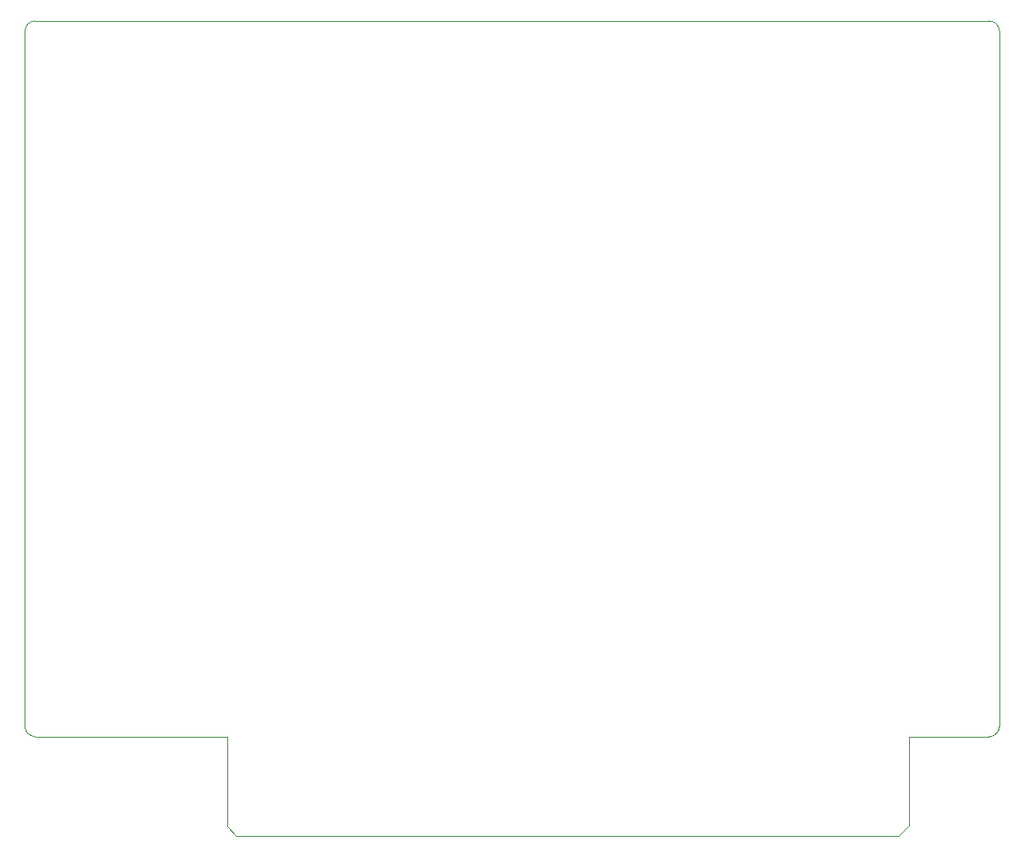
<source format=gm1>
G04 #@! TF.GenerationSoftware,KiCad,Pcbnew,8.0.8*
G04 #@! TF.CreationDate,2025-02-14T11:24:39-05:00*
G04 #@! TF.ProjectId,Apple2CardCR,4170706c-6532-4436-9172-6443522e6b69,CR1.0A*
G04 #@! TF.SameCoordinates,Original*
G04 #@! TF.FileFunction,Profile,NP*
%FSLAX46Y46*%
G04 Gerber Fmt 4.6, Leading zero omitted, Abs format (unit mm)*
G04 Created by KiCad (PCBNEW 8.0.8) date 2025-02-14 11:24:39*
%MOMM*%
%LPD*%
G01*
G04 APERTURE LIST*
G04 #@! TA.AperFunction,Profile*
%ADD10C,0.100000*%
G04 #@! TD*
G04 APERTURE END LIST*
D10*
X193040000Y-93470000D02*
G75*
G02*
X192019952Y-94488011I-1024400J6400D01*
G01*
X184277000Y-94488000D02*
X192020000Y-94488000D01*
X119400000Y-104088000D02*
X183277000Y-104088000D01*
X100000000Y-94488000D02*
X118491000Y-94488000D01*
X118491000Y-94488000D02*
X118491000Y-103179000D01*
X192022760Y-25400000D02*
X100000000Y-25400000D01*
X100000000Y-94488000D02*
G75*
G02*
X99000012Y-93471304I13700J1013600D01*
G01*
X99000000Y-26419299D02*
X99000000Y-93471304D01*
X184277000Y-103088000D02*
X184277000Y-94488000D01*
X192022760Y-25400000D02*
G75*
G02*
X193040011Y-26419299I-6360J-1023600D01*
G01*
X99000000Y-26419299D02*
G75*
G02*
X99999999Y-25399903I1015100J4399D01*
G01*
X118491000Y-103179000D02*
X119400000Y-104088000D01*
X193040000Y-93470000D02*
X193040000Y-26419299D01*
X183277000Y-104088000D02*
X184277000Y-103088000D01*
M02*

</source>
